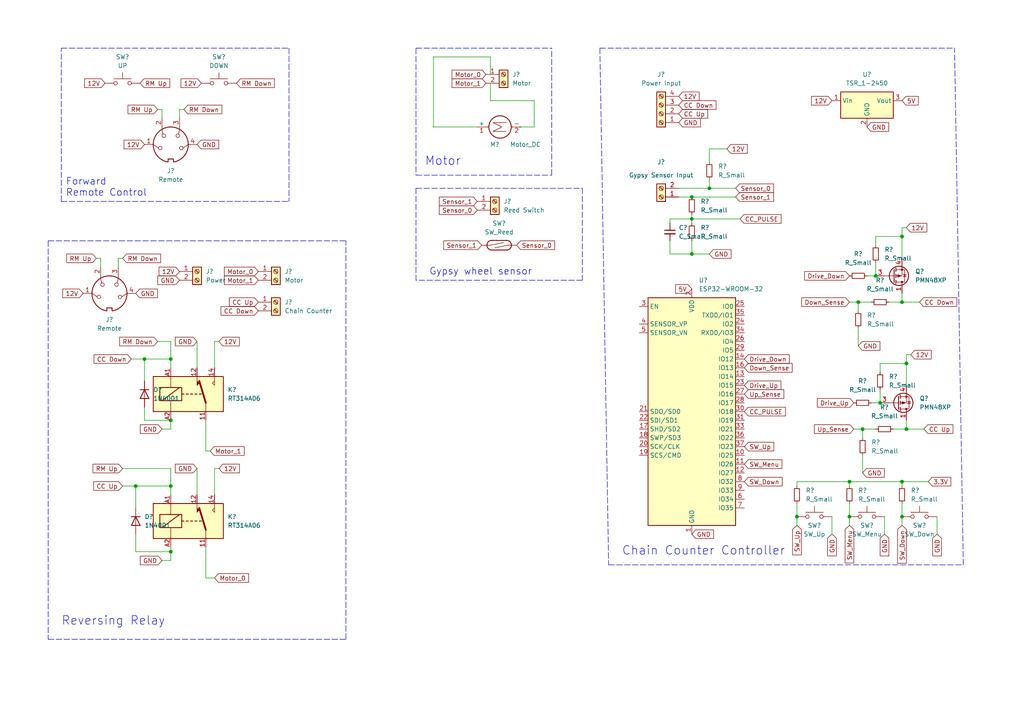
<source format=kicad_sch>
(kicad_sch (version 20211123) (generator eeschema)
  (paper "A4")
  (lib_symbols
    (symbol "Connector:DIN-4" (pin_names (offset 1.016))
      (property "Reference" "J" (at 5.334 5.08 0))
      (property "Value" "DIN-4" (at 0 -6.35 0))
      (symbol "DIN-4_0_1"
        (arc (start -5.08 0) (mid -3.8609 -3.3364) (end -0.762 -5.08) (stroke (width 0.254)))
        (circle (center -3.048 -1.016) (radius 0.508))
        (circle (center -2.032 2.54) (radius 0.508))
        (polyline (pts (xy -3.556 -1.016) (xy -5.08 0)))
        (polyline (pts (xy 5.08 0) (xy 3.556 -1.016)))
        (polyline (pts (xy -2.54 5.08) (xy -2.54 4.318) (xy -2.286 3.048)))
        (polyline (pts (xy 2.54 5.08) (xy 2.54 4.318) (xy 2.286 3.048)))
        (polyline (pts (xy -0.762 -4.953) (xy -0.762 -4.191) (xy 0.762 -4.191) (xy 0.762 -4.953)) (stroke (width 0.254)))
        (arc (start 0.762 -5.08) (mid 3.8685 -3.343) (end 5.08 0) (stroke (width 0.254)))
        (circle (center 2.032 2.54) (radius 0.508))
        (circle (center 3.048 -1.016) (radius 0.508))
        (arc (start 5.08 0) (mid 0 5.08) (end -5.08 0) (stroke (width 0.254)))
      )
      (symbol "DIN-4_1_1"
        (pin passive line (at -7.62 0 0) (length 2.54) (name "~") (number "1"))
        (pin passive line (at -2.54 7.62 270) (length 2.54) (name "~") (number "2"))
        (pin passive line (at 2.54 7.62 270) (length 2.54) (name "~") (number "3"))
        (pin passive line (at 7.62 0 180) (length 2.54) (name "~") (number "4"))
      )
    )
    (symbol "Connector:Screw_Terminal_01x02" (pin_names (offset 1.016) hide)
      (property "Reference" "J" (at 0 2.54 0))
      (property "Value" "Screw_Terminal_01x02" (at 0 -5.08 0))
      (symbol "Screw_Terminal_01x02_1_1"
        (rectangle (start -1.27 1.27) (end 1.27 -3.81) (stroke (width 0.254)) (fill (type background)))
        (circle (center 0 -2.54) (radius 0.635) (stroke (width 0.1524)))
        (polyline (pts (xy -0.5334 -2.2098) (xy 0.3302 -3.048)) (stroke (width 0.1524)))
        (polyline (pts (xy -0.5334 0.3302) (xy 0.3302 -0.508)) (stroke (width 0.1524)))
        (polyline (pts (xy -0.3556 -2.032) (xy 0.508 -2.8702)) (stroke (width 0.1524)))
        (polyline (pts (xy -0.3556 0.508) (xy 0.508 -0.3302)) (stroke (width 0.1524)))
        (circle (center 0 0) (radius 0.635) (stroke (width 0.1524)))
        (pin passive line (at -5.08 0 0) (length 3.81) (name "Pin_1") (number "1"))
        (pin passive line (at -5.08 -2.54 0) (length 3.81) (name "Pin_2") (number "2"))
      )
    )
    (symbol "Connector:Screw_Terminal_01x04" (pin_names (offset 1.016) hide)
      (property "Reference" "J" (at 0 5.08 0))
      (property "Value" "Screw_Terminal_01x04" (at 0 -7.62 0))
      (symbol "Screw_Terminal_01x04_1_1"
        (rectangle (start -1.27 3.81) (end 1.27 -6.35) (stroke (width 0.254)) (fill (type background)))
        (circle (center 0 -5.08) (radius 0.635) (stroke (width 0.1524)))
        (circle (center 0 -2.54) (radius 0.635) (stroke (width 0.1524)))
        (polyline (pts (xy -0.5334 -4.7498) (xy 0.3302 -5.588)) (stroke (width 0.1524)))
        (polyline (pts (xy -0.5334 -2.2098) (xy 0.3302 -3.048)) (stroke (width 0.1524)))
        (polyline (pts (xy -0.5334 0.3302) (xy 0.3302 -0.508)) (stroke (width 0.1524)))
        (polyline (pts (xy -0.5334 2.8702) (xy 0.3302 2.032)) (stroke (width 0.1524)))
        (polyline (pts (xy -0.3556 -4.572) (xy 0.508 -5.4102)) (stroke (width 0.1524)))
        (polyline (pts (xy -0.3556 -2.032) (xy 0.508 -2.8702)) (stroke (width 0.1524)))
        (polyline (pts (xy -0.3556 0.508) (xy 0.508 -0.3302)) (stroke (width 0.1524)))
        (polyline (pts (xy -0.3556 3.048) (xy 0.508 2.2098)) (stroke (width 0.1524)))
        (circle (center 0 0) (radius 0.635) (stroke (width 0.1524)))
        (circle (center 0 2.54) (radius 0.635) (stroke (width 0.1524)))
        (pin passive line (at -5.08 2.54 0) (length 3.81) (name "Pin_1") (number "1"))
        (pin passive line (at -5.08 0 0) (length 3.81) (name "Pin_2") (number "2"))
        (pin passive line (at -5.08 -2.54 0) (length 3.81) (name "Pin_3") (number "3"))
        (pin passive line (at -5.08 -5.08 0) (length 3.81) (name "Pin_4") (number "4"))
      )
    )
    (symbol "Device:C_Small" (pin_numbers hide) (pin_names (offset 0.254) hide)
      (property "Reference" "C" (at 0.254 1.778 0))
      (property "Value" "C_Small" (at 0.254 -2.032 0))
      (symbol "C_Small_0_1"
        (polyline (pts (xy -1.524 -0.508) (xy 1.524 -0.508)) (stroke (width 0.3302)))
        (polyline (pts (xy -1.524 0.508) (xy 1.524 0.508)) (stroke (width 0.3048)))
      )
      (symbol "C_Small_1_1"
        (pin passive line (at 0 2.54 270) (length 2.032) (name "~") (number "1"))
        (pin passive line (at 0 -2.54 90) (length 2.032) (name "~") (number "2"))
      )
    )
    (symbol "Device:R_Small" (pin_numbers hide) (pin_names (offset 0.254) hide)
      (property "Reference" "R" (at 0.762 0.508 0))
      (property "Value" "R_Small" (at 0.762 -1.016 0))
      (symbol "R_Small_0_1"
        (rectangle (start -0.762 1.778) (end 0.762 -1.778) (stroke (width 0.2032)))
      )
      (symbol "R_Small_1_1"
        (pin passive line (at 0 2.54 270) (length 0.762) (name "~") (number "1"))
        (pin passive line (at 0 -2.54 90) (length 0.762) (name "~") (number "2"))
      )
    )
    (symbol "Diode:1N4001" (pin_numbers hide) (pin_names hide)
      (property "Reference" "D" (at 0 2.54 0))
      (property "Value" "1N4001" (at 0 -2.54 0))
      (symbol "1N4001_0_1"
        (polyline (pts (xy -1.27 1.27) (xy -1.27 -1.27)) (stroke (width 0.254)))
        (polyline (pts (xy 1.27 0) (xy -1.27 0)))
        (polyline (pts (xy 1.27 1.27) (xy 1.27 -1.27) (xy -1.27 0) (xy 1.27 1.27)) (stroke (width 0.254)))
      )
      (symbol "1N4001_1_1"
        (pin passive line (at -3.81 0 0) (length 2.54) (name "K") (number "1"))
        (pin passive line (at 3.81 0 180) (length 2.54) (name "A") (number "2"))
      )
    )
    (symbol "Motor:Motor_DC" (pin_names (offset 0))
      (property "Reference" "M" (at 2.54 2.54 0))
      (property "Value" "Motor_DC" (at 2.54 -5.08 0))
      (symbol "Motor_DC_0_0"
        (polyline (pts (xy -1.27 -3.302) (xy -1.27 0.508) (xy 0 -2.032) (xy 1.27 0.508) (xy 1.27 -3.302)))
      )
      (symbol "Motor_DC_0_1"
        (circle (center 0 -1.524) (radius 3.2512) (stroke (width 0.254)))
        (polyline (pts (xy 0 -7.62) (xy 0 -7.112)))
        (polyline (pts (xy 0 -4.7752) (xy 0 -5.1816)))
        (polyline (pts (xy 0 1.7272) (xy 0 2.0828)))
        (polyline (pts (xy 0 2.032) (xy 0 2.54)))
      )
      (symbol "Motor_DC_1_1"
        (pin passive line (at 0 5.08 270) (length 2.54) (name "+") (number "1"))
        (pin passive line (at 0 -7.62 90) (length 2.54) (name "-") (number "2"))
      )
    )
    (symbol "RF_Module:ESP32-WROOM-32"
      (property "Reference" "U" (at -12.7 34.29 0))
      (property "Value" "ESP32-WROOM-32" (at 1.27 34.29 0))
      (symbol "ESP32-WROOM-32_0_1"
        (rectangle (start -12.7 33.02) (end 12.7 -33.02) (stroke (width 0.254)) (fill (type background)))
      )
      (symbol "ESP32-WROOM-32_1_1"
        (pin power_in line (at 0 -35.56 90) (length 2.54) (name "GND") (number "1"))
        (pin bidirectional line (at 15.24 -12.7 180) (length 2.54) (name "IO25") (number "10"))
        (pin bidirectional line (at 15.24 -15.24 180) (length 2.54) (name "IO26") (number "11"))
        (pin bidirectional line (at 15.24 -17.78 180) (length 2.54) (name "IO27") (number "12"))
        (pin bidirectional line (at 15.24 10.16 180) (length 2.54) (name "IO14") (number "13"))
        (pin bidirectional line (at 15.24 15.24 180) (length 2.54) (name "IO12") (number "14"))
        (pin passive line (at 0 -35.56 90) (length 2.54) hide (name "GND") (number "15"))
        (pin bidirectional line (at 15.24 12.7 180) (length 2.54) (name "IO13") (number "16"))
        (pin bidirectional line (at -15.24 -5.08 0) (length 2.54) (name "SHD/SD2") (number "17"))
        (pin bidirectional line (at -15.24 -7.62 0) (length 2.54) (name "SWP/SD3") (number "18"))
        (pin bidirectional line (at -15.24 -12.7 0) (length 2.54) (name "SCS/CMD") (number "19"))
        (pin power_in line (at 0 35.56 270) (length 2.54) (name "VDD") (number "2"))
        (pin bidirectional line (at -15.24 -10.16 0) (length 2.54) (name "SCK/CLK") (number "20"))
        (pin bidirectional line (at -15.24 0 0) (length 2.54) (name "SDO/SD0") (number "21"))
        (pin bidirectional line (at -15.24 -2.54 0) (length 2.54) (name "SDI/SD1") (number "22"))
        (pin bidirectional line (at 15.24 7.62 180) (length 2.54) (name "IO15") (number "23"))
        (pin bidirectional line (at 15.24 25.4 180) (length 2.54) (name "IO2") (number "24"))
        (pin bidirectional line (at 15.24 30.48 180) (length 2.54) (name "IO0") (number "25"))
        (pin bidirectional line (at 15.24 20.32 180) (length 2.54) (name "IO4") (number "26"))
        (pin bidirectional line (at 15.24 5.08 180) (length 2.54) (name "IO16") (number "27"))
        (pin bidirectional line (at 15.24 2.54 180) (length 2.54) (name "IO17") (number "28"))
        (pin bidirectional line (at 15.24 17.78 180) (length 2.54) (name "IO5") (number "29"))
        (pin input line (at -15.24 30.48 0) (length 2.54) (name "EN") (number "3"))
        (pin bidirectional line (at 15.24 0 180) (length 2.54) (name "IO18") (number "30"))
        (pin bidirectional line (at 15.24 -2.54 180) (length 2.54) (name "IO19") (number "31"))
        (pin no_connect line (at -12.7 -27.94 0) (length 2.54) hide (name "NC") (number "32"))
        (pin bidirectional line (at 15.24 -5.08 180) (length 2.54) (name "IO21") (number "33"))
        (pin bidirectional line (at 15.24 22.86 180) (length 2.54) (name "RXD0/IO3") (number "34"))
        (pin bidirectional line (at 15.24 27.94 180) (length 2.54) (name "TXD0/IO1") (number "35"))
        (pin bidirectional line (at 15.24 -7.62 180) (length 2.54) (name "IO22") (number "36"))
        (pin bidirectional line (at 15.24 -10.16 180) (length 2.54) (name "IO23") (number "37"))
        (pin passive line (at 0 -35.56 90) (length 2.54) hide (name "GND") (number "38"))
        (pin passive line (at 0 -35.56 90) (length 2.54) hide (name "GND") (number "39"))
        (pin input line (at -15.24 25.4 0) (length 2.54) (name "SENSOR_VP") (number "4"))
        (pin input line (at -15.24 22.86 0) (length 2.54) (name "SENSOR_VN") (number "5"))
        (pin input line (at 15.24 -25.4 180) (length 2.54) (name "IO34") (number "6"))
        (pin input line (at 15.24 -27.94 180) (length 2.54) (name "IO35") (number "7"))
        (pin bidirectional line (at 15.24 -20.32 180) (length 2.54) (name "IO32") (number "8"))
        (pin bidirectional line (at 15.24 -22.86 180) (length 2.54) (name "IO33") (number "9"))
      )
    )
    (symbol "Regulator_Switching:TSR_1-2450"
      (property "Reference" "U" (at -7.62 6.35 0))
      (property "Value" "TSR_1-2450" (at -1.27 6.35 0))
      (symbol "TSR_1-2450_0_1"
        (rectangle (start -7.62 5.08) (end 7.62 -2.54) (stroke (width 0.254)) (fill (type background)))
      )
      (symbol "TSR_1-2450_1_1"
        (pin power_in line (at -10.16 2.54 0) (length 2.54) (name "Vin") (number "1"))
        (pin power_in line (at 0 -5.08 90) (length 2.54) (name "GND") (number "2"))
        (pin power_out line (at 10.16 2.54 180) (length 2.54) (name "Vout") (number "3"))
      )
    )
    (symbol "Relay:RT314A06"
      (property "Reference" "K" (at 11.43 3.81 0))
      (property "Value" "RT314A06" (at 11.43 1.27 0))
      (symbol "RT314A06_0_0"
        (polyline (pts (xy -2.54 1.905) (xy -7.62 -1.905)) (stroke (width 0.254)))
      )
      (symbol "RT314A06_0_1"
        (rectangle (start -10.16 5.08) (end 10.16 -5.08) (stroke (width 0.254)) (fill (type background)))
        (rectangle (start -8.255 1.905) (end -1.905 -1.905) (stroke (width 0.254)))
        (polyline (pts (xy -5.08 -5.08) (xy -5.08 -1.905)))
        (polyline (pts (xy -5.08 5.08) (xy -5.08 1.905)))
        (polyline (pts (xy -1.905 0) (xy -1.27 0)) (stroke (width 0.254)))
        (polyline (pts (xy -0.635 0) (xy 0 0)) (stroke (width 0.254)))
        (polyline (pts (xy 0.635 0) (xy 1.27 0)) (stroke (width 0.254)))
        (polyline (pts (xy 1.905 0) (xy 2.54 0)) (stroke (width 0.254)))
        (polyline (pts (xy 3.175 0) (xy 3.81 0)) (stroke (width 0.254)))
        (polyline (pts (xy 5.08 -2.54) (xy 3.175 3.81)) (stroke (width 0.508)))
        (polyline (pts (xy 5.08 -2.54) (xy 5.08 -5.08)))
        (polyline (pts (xy 2.54 5.08) (xy 2.54 2.54) (xy 3.175 3.175) (xy 2.54 3.81)) (fill (type outline)))
        (polyline (pts (xy 7.62 5.08) (xy 7.62 2.54) (xy 6.985 3.175) (xy 7.62 3.81)))
      )
      (symbol "RT314A06_1_1"
        (pin passive line (at 5.08 -7.62 90) (length 2.54) (name "~") (number "11"))
        (pin passive line (at 2.54 7.62 270) (length 2.54) (name "~") (number "12"))
        (pin passive line (at 7.62 7.62 270) (length 2.54) (name "~") (number "14"))
        (pin passive line (at -5.08 7.62 270) (length 2.54) (name "~") (number "A1"))
        (pin passive line (at -5.08 -7.62 90) (length 2.54) (name "~") (number "A2"))
      )
    )
    (symbol "Switch:SW_Push" (pin_numbers hide) (pin_names (offset 1.016) hide)
      (property "Reference" "SW" (at 1.27 2.54 0))
      (property "Value" "SW_Push" (at 0 -1.524 0))
      (symbol "SW_Push_0_1"
        (circle (center -2.032 0) (radius 0.508))
        (polyline (pts (xy 0 1.27) (xy 0 3.048)))
        (polyline (pts (xy 2.54 1.27) (xy -2.54 1.27)))
        (circle (center 2.032 0) (radius 0.508))
        (pin passive line (at -5.08 0 0) (length 2.54) (name "1") (number "1"))
        (pin passive line (at 5.08 0 180) (length 2.54) (name "2") (number "2"))
      )
    )
    (symbol "Switch:SW_Reed" (pin_numbers hide) (pin_names (offset 0) hide)
      (property "Reference" "SW" (at 0 2.54 0))
      (property "Value" "SW_Reed" (at 0 -2.54 0))
      (symbol "SW_Reed_0_0"
        (arc (start -2.159 1.397) (mid -3.556 0) (end -2.159 -1.397) (stroke (width 0.254)))
        (polyline (pts (xy -2.54 0) (xy 1.27 0.762)))
        (polyline (pts (xy -2.159 -1.397) (xy 2.286 -1.397)) (stroke (width 0.254)))
        (polyline (pts (xy 2.159 1.397) (xy -2.159 1.397)) (stroke (width 0.254)))
        (polyline (pts (xy 2.54 0) (xy -1.27 -0.762)))
        (arc (start 2.159 -1.397) (mid 3.556 0) (end 2.159 1.397) (stroke (width 0.254)))
      )
      (symbol "SW_Reed_1_1"
        (pin passive line (at -5.08 0 0) (length 2.54) (name "1") (number "1"))
        (pin passive line (at 5.08 0 180) (length 2.54) (name "2") (number "2"))
      )
    )
    (symbol "Transistor_FET:PMN48XP" (pin_names hide)
      (property "Reference" "Q" (at 5.08 2.54 0))
      (property "Value" "PMN48XP" (at 5.08 0 0))
      (symbol "PMN48XP_0_1"
        (polyline (pts (xy 0.254 0) (xy -2.54 0)))
        (polyline (pts (xy 0.254 1.905) (xy 0.254 -1.905)) (stroke (width 0.254)))
        (polyline (pts (xy 0.762 -1.27) (xy 0.762 -2.286)) (stroke (width 0.254)))
        (polyline (pts (xy 0.762 0.508) (xy 0.762 -0.508)) (stroke (width 0.254)))
        (polyline (pts (xy 0.762 2.286) (xy 0.762 1.27)) (stroke (width 0.254)))
        (polyline (pts (xy 2.54 2.54) (xy 2.54 1.778)))
        (polyline (pts (xy 2.54 -2.54) (xy 2.54 0) (xy 0.762 0)))
        (polyline (pts (xy 0.762 1.778) (xy 3.302 1.778) (xy 3.302 -1.778) (xy 0.762 -1.778)))
        (polyline (pts (xy 2.286 0) (xy 1.27 0.381) (xy 1.27 -0.381) (xy 2.286 0)) (fill (type outline)))
        (polyline (pts (xy 2.794 -0.508) (xy 2.921 -0.381) (xy 3.683 -0.381) (xy 3.81 -0.254)))
        (polyline (pts (xy 3.302 -0.381) (xy 2.921 0.254) (xy 3.683 0.254) (xy 3.302 -0.381)))
        (circle (center 1.651 0) (radius 2.794) (stroke (width 0.254)))
        (circle (center 2.54 -1.778) (radius 0.254) (fill (type outline)))
        (circle (center 2.54 1.778) (radius 0.254) (fill (type outline)))
      )
      (symbol "PMN48XP_1_1"
        (pin passive line (at 2.54 5.08 270) (length 2.54) (name "D") (number "1"))
        (pin passive line (at 2.54 5.08 270) (length 2.54) hide (name "D") (number "2"))
        (pin passive line (at -5.08 0 0) (length 2.54) (name "G") (number "3"))
        (pin passive line (at 2.54 -5.08 90) (length 2.54) (name "S") (number "4"))
        (pin passive line (at 2.54 5.08 270) (length 2.54) hide (name "D") (number "5"))
        (pin passive line (at 2.54 5.08 270) (length 2.54) hide (name "D") (number "6"))
      )
    )
  )
  (junction (at 246.38 139.7))
  (junction (at 205.74 54.61))
  (junction (at 49.53 140.97))
  (junction (at 246.38 149.86))
  (junction (at 261.62 149.86))
  (junction (at 231.14 149.86))
  (junction (at 39.37 140.97))
  (junction (at 49.53 104.14))
  (junction (at 261.62 139.7))
  (junction (at 250.19 124.46))
  (junction (at 200.66 73.66))
  (junction (at 254 80.01))
  (junction (at 262.89 105.41))
  (junction (at 261.62 87.63))
  (junction (at 200.66 63.5))
  (junction (at 200.66 57.15))
  (junction (at 262.89 124.46))
  (junction (at 49.53 160.02))
  (junction (at 261.62 68.58))
  (junction (at 255.27 116.84))
  (junction (at 248.92 87.63))
  (junction (at 49.53 121.92))
  (junction (at 41.91 104.14))
  (polyline (pts (xy 17.78 58.42) (xy 17.78 13.97)))
  (wire (pts (xy 255.27 105.41) (xy 262.89 105.41)))
  (polyline (pts (xy 176.53 163.83) (xy 279.4 163.83)))
  (wire (pts (xy 200.66 73.66) (xy 205.74 73.66)))
  (wire (pts (xy 194.31 63.5) (xy 194.31 64.77)))
  (wire (pts (xy 252.73 116.84) (xy 255.27 116.84)))
  (wire (pts (xy 262.89 121.92) (xy 262.89 124.46)))
  (wire (pts (xy 257.81 87.63) (xy 261.62 87.63)))
  (wire (pts (xy 59.69 130.81) (xy 59.69 121.92)))
  (polyline (pts (xy 168.91 54.61) (xy 168.91 81.28)))
  (polyline (pts (xy 13.97 69.85) (xy 100.33 69.85)))
  (wire (pts (xy 194.31 73.66) (xy 200.66 73.66)))
  (wire (pts (xy 205.74 43.18) (xy 205.74 46.99)))
  (wire (pts (xy 200.66 63.5) (xy 194.31 63.5)))
  (polyline (pts (xy 160.02 50.8) (xy 160.02 13.97)))
  (wire (pts (xy 59.69 167.64) (xy 59.69 158.75)))
  (wire (pts (xy 200.66 69.85) (xy 200.66 73.66)))
  (wire (pts (xy 151.13 36.83) (xy 154.94 36.83)))
  (wire (pts (xy 262.89 66.04) (xy 261.62 66.04)))
  (wire (pts (xy 125.73 36.83) (xy 138.43 36.83)))
  (wire (pts (xy 248.92 95.25) (xy 248.92 100.33)))
  (polyline (pts (xy 173.99 13.97) (xy 276.86 13.97)))
  (wire (pts (xy 142.24 24.13) (xy 142.24 29.21)))
  (wire (pts (xy 261.62 66.04) (xy 261.62 68.58)))
  (wire (pts (xy 269.24 139.7) (xy 261.62 139.7)))
  (wire (pts (xy 39.37 160.02) (xy 39.37 154.94)))
  (polyline (pts (xy 120.65 50.8) (xy 160.02 50.8)))
  (wire (pts (xy 255.27 113.03) (xy 255.27 116.84)))
  (wire (pts (xy 154.94 29.21) (xy 154.94 36.83)))
  (wire (pts (xy 39.37 140.97) (xy 49.53 140.97)))
  (polyline (pts (xy 17.78 58.42) (xy 83.82 58.42)))
  (wire (pts (xy 38.1 104.14) (xy 41.91 104.14)))
  (wire (pts (xy 264.16 102.87) (xy 262.89 102.87)))
  (wire (pts (xy 246.38 149.86) (xy 246.38 152.4)))
  (wire (pts (xy 49.53 160.02) (xy 49.53 162.56)))
  (wire (pts (xy 255.27 107.95) (xy 255.27 105.41)))
  (wire (pts (xy 254 68.58) (xy 261.62 68.58)))
  (wire (pts (xy 246.38 139.7) (xy 246.38 140.97)))
  (wire (pts (xy 261.62 149.86) (xy 261.62 152.4)))
  (wire (pts (xy 200.66 62.23) (xy 200.66 63.5)))
  (wire (pts (xy 231.14 146.05) (xy 231.14 149.86)))
  (wire (pts (xy 252.73 87.63) (xy 248.92 87.63)))
  (wire (pts (xy 49.53 104.14) (xy 49.53 106.68)))
  (wire (pts (xy 261.62 85.09) (xy 261.62 87.63)))
  (wire (pts (xy 262.89 105.41) (xy 262.89 111.76)))
  (wire (pts (xy 205.74 54.61) (xy 213.36 54.61)))
  (wire (pts (xy 261.62 68.58) (xy 261.62 74.93)))
  (polyline (pts (xy 120.65 13.97) (xy 120.65 50.8)))
  (wire (pts (xy 142.24 29.21) (xy 154.94 29.21)))
  (wire (pts (xy 60.96 130.81) (xy 59.69 130.81)))
  (polyline (pts (xy 120.65 13.97) (xy 160.02 13.97)))
  (wire (pts (xy 62.23 135.89) (xy 62.23 143.51)))
  (wire (pts (xy 262.89 124.46) (xy 267.97 124.46)))
  (wire (pts (xy 29.21 74.93) (xy 29.21 77.47)))
  (wire (pts (xy 205.74 52.07) (xy 205.74 54.61)))
  (wire (pts (xy 46.99 31.75) (xy 46.99 34.29)))
  (wire (pts (xy 254 76.2) (xy 254 80.01)))
  (wire (pts (xy 49.53 140.97) (xy 49.53 143.51)))
  (wire (pts (xy 45.72 31.75) (xy 46.99 31.75)))
  (wire (pts (xy 246.38 139.7) (xy 231.14 139.7)))
  (wire (pts (xy 200.66 57.15) (xy 213.36 57.15)))
  (polyline (pts (xy 120.65 54.61) (xy 120.65 81.28)))
  (wire (pts (xy 254 71.12) (xy 254 68.58)))
  (wire (pts (xy 57.15 99.06) (xy 57.15 106.68)))
  (wire (pts (xy 49.53 124.46) (xy 46.99 124.46)))
  (wire (pts (xy 194.31 69.85) (xy 194.31 73.66)))
  (wire (pts (xy 241.3 149.86) (xy 241.3 154.94)))
  (wire (pts (xy 261.62 87.63) (xy 266.7 87.63)))
  (wire (pts (xy 247.65 124.46) (xy 250.19 124.46)))
  (wire (pts (xy 142.24 16.51) (xy 125.73 16.51)))
  (wire (pts (xy 254 124.46) (xy 250.19 124.46)))
  (wire (pts (xy 49.53 158.75) (xy 49.53 160.02)))
  (polyline (pts (xy 100.33 185.42) (xy 100.33 69.85)))
  (wire (pts (xy 49.53 121.92) (xy 49.53 124.46)))
  (wire (pts (xy 27.94 74.93) (xy 29.21 74.93)))
  (wire (pts (xy 231.14 149.86) (xy 231.14 152.4)))
  (wire (pts (xy 49.53 160.02) (xy 39.37 160.02)))
  (polyline (pts (xy 17.78 13.97) (xy 83.82 13.97)))
  (polyline (pts (xy 13.97 185.42) (xy 100.33 185.42)))
  (wire (pts (xy 52.07 31.75) (xy 52.07 34.29)))
  (wire (pts (xy 261.62 139.7) (xy 246.38 139.7)))
  (polyline (pts (xy 13.97 69.85) (xy 13.97 185.42)))
  (wire (pts (xy 63.5 135.89) (xy 62.23 135.89)))
  (wire (pts (xy 35.56 140.97) (xy 39.37 140.97)))
  (wire (pts (xy 34.29 74.93) (xy 34.29 77.47)))
  (wire (pts (xy 62.23 167.64) (xy 59.69 167.64)))
  (wire (pts (xy 231.14 139.7) (xy 231.14 140.97)))
  (wire (pts (xy 246.38 87.63) (xy 248.92 87.63)))
  (wire (pts (xy 259.08 124.46) (xy 262.89 124.46)))
  (wire (pts (xy 49.53 99.06) (xy 49.53 104.14)))
  (wire (pts (xy 53.34 31.75) (xy 52.07 31.75)))
  (wire (pts (xy 41.91 118.11) (xy 41.91 121.92)))
  (wire (pts (xy 49.53 135.89) (xy 49.53 140.97)))
  (wire (pts (xy 63.5 99.06) (xy 62.23 99.06)))
  (polyline (pts (xy 173.99 13.97) (xy 176.53 163.83)))
  (polyline (pts (xy 168.91 81.28) (xy 120.65 81.28)))
  (wire (pts (xy 196.85 57.15) (xy 200.66 57.15)))
  (wire (pts (xy 262.89 102.87) (xy 262.89 105.41)))
  (wire (pts (xy 250.19 124.46) (xy 250.19 127)))
  (wire (pts (xy 142.24 21.59) (xy 142.24 16.51)))
  (wire (pts (xy 45.72 99.06) (xy 49.53 99.06)))
  (wire (pts (xy 261.62 146.05) (xy 261.62 149.86)))
  (wire (pts (xy 210.82 43.18) (xy 205.74 43.18)))
  (wire (pts (xy 251.46 80.01) (xy 254 80.01)))
  (wire (pts (xy 41.91 121.92) (xy 49.53 121.92)))
  (wire (pts (xy 261.62 139.7) (xy 261.62 140.97)))
  (polyline (pts (xy 279.4 163.83) (xy 276.86 13.97)))
  (wire (pts (xy 125.73 16.51) (xy 125.73 36.83)))
  (wire (pts (xy 248.92 87.63) (xy 248.92 90.17)))
  (wire (pts (xy 57.15 135.89) (xy 57.15 143.51)))
  (wire (pts (xy 49.53 162.56) (xy 46.99 162.56)))
  (wire (pts (xy 246.38 146.05) (xy 246.38 149.86)))
  (wire (pts (xy 35.56 74.93) (xy 34.29 74.93)))
  (wire (pts (xy 271.78 149.86) (xy 271.78 154.94)))
  (polyline (pts (xy 120.65 54.61) (xy 168.91 54.61)))
  (wire (pts (xy 39.37 147.32) (xy 39.37 140.97)))
  (wire (pts (xy 62.23 99.06) (xy 62.23 106.68)))
  (wire (pts (xy 256.54 149.86) (xy 256.54 154.94)))
  (wire (pts (xy 250.19 132.08) (xy 250.19 137.16)))
  (wire (pts (xy 49.53 135.89) (xy 35.56 135.89)))
  (wire (pts (xy 200.66 63.5) (xy 200.66 64.77)))
  (wire (pts (xy 41.91 110.49) (xy 41.91 104.14)))
  (polyline (pts (xy 83.82 13.97) (xy 83.82 58.42)))
  (wire (pts (xy 41.91 104.14) (xy 49.53 104.14)))
  (wire (pts (xy 196.85 54.61) (xy 205.74 54.61)))
  (wire (pts (xy 200.66 63.5) (xy 214.63 63.5)))
  (text "Chain Counter Controller" (at 180.34 161.29 0) (effects (font (size 2.5 2.5)) (justify left bottom)))
  (text "Reversing Relay" (at 17.78 181.61 0) (effects (font (size 2.5 2.5)) (justify left bottom)))
  (text "Forward \nRemote Control\n" (at 19.05 57.15 0) (effects (font (size 2 2)) (justify left bottom)))
  (text "Gypsy wheel sensor" (at 124.46 80.01 0) (effects (font (size 2 2)) (justify left bottom)))
  (text "Motor" (at 123.19 48.26 0) (effects (font (size 2.5 2.5)) (justify left bottom)))
  (global_label "GND" (shape input) (at 46.99 162.56 180) (property "Intersheet References" "${INTERSHEET_REFS}" (effects hide)))
  (global_label "Drive_Down" (shape input) (at 246.38 80.01 180) (property "Intersheet References" "${INTERSHEET_REFS}" (effects hide)))
  (global_label "GND" (shape input) (at 248.92 100.33 0) (property "Intersheet References" "${INTERSHEET_REFS}" (effects hide)))
  (global_label "SW_Down" (shape input) (at 261.62 152.4 270) (property "Intersheet References" "${INTERSHEET_REFS}" (effects hide)))
  (global_label "12V" (shape input) (at 264.16 102.87 0) (property "Intersheet References" "${INTERSHEET_REFS}" (effects hide)))
  (global_label "CC Up" (shape input) (at 196.85 33.02 0) (property "Intersheet References" "${INTERSHEET_REFS}" (effects hide)))
  (global_label "SW_Menu" (shape input) (at 215.9 134.62 0) (property "Intersheet References" "${INTERSHEET_REFS}" (effects hide)))
  (global_label "GND" (shape input) (at 39.37 85.09 0) (property "Intersheet References" "${INTERSHEET_REFS}" (effects hide)))
  (global_label "RM Down" (shape input) (at 35.56 74.93 0) (property "Intersheet References" "${INTERSHEET_REFS}" (effects hide)))
  (global_label "Motor_1" (shape input) (at 60.96 130.81 0) (property "Intersheet References" "${INTERSHEET_REFS}" (effects hide)))
  (global_label "SW_Up" (shape input) (at 215.9 129.54 0) (property "Intersheet References" "${INTERSHEET_REFS}" (effects hide)))
  (global_label "Motor_0" (shape input) (at 74.93 78.74 180) (property "Intersheet References" "${INTERSHEET_REFS}" (effects hide)))
  (global_label "GND" (shape input) (at 57.15 135.89 180) (property "Intersheet References" "${INTERSHEET_REFS}" (effects hide)))
  (global_label "RM Up" (shape input) (at 27.94 74.93 180) (property "Intersheet References" "${INTERSHEET_REFS}" (effects hide)))
  (global_label "GND" (shape input) (at 251.46 36.83 0) (property "Intersheet References" "${INTERSHEET_REFS}" (effects hide)))
  (global_label "RM Up" (shape input) (at 45.72 31.75 180) (property "Intersheet References" "${INTERSHEET_REFS}" (effects hide)))
  (global_label "Sensor_1" (shape input) (at 213.36 57.15 0) (property "Intersheet References" "${INTERSHEET_REFS}" (effects hide)))
  (global_label "Drive_Down" (shape input) (at 215.9 104.14 0) (property "Intersheet References" "${INTERSHEET_REFS}" (effects hide)))
  (global_label "Up_Sense" (shape input) (at 247.65 124.46 180) (property "Intersheet References" "${INTERSHEET_REFS}" (effects hide)))
  (global_label "GND" (shape input) (at 200.66 154.94 0) (property "Intersheet References" "${INTERSHEET_REFS}" (effects hide)))
  (global_label "Motor_0" (shape input) (at 62.23 167.64 0) (property "Intersheet References" "${INTERSHEET_REFS}" (effects hide)))
  (global_label "RM Up" (shape input) (at 35.56 135.89 180) (property "Intersheet References" "${INTERSHEET_REFS}" (effects hide)))
  (global_label "SW_Down" (shape input) (at 215.9 139.7 0) (property "Intersheet References" "${INTERSHEET_REFS}" (effects hide)))
  (global_label "Down_Sense" (shape input) (at 246.38 87.63 180) (property "Intersheet References" "${INTERSHEET_REFS}" (effects hide)))
  (global_label "SW_Menu" (shape input) (at 246.38 152.4 270) (property "Intersheet References" "${INTERSHEET_REFS}" (effects hide)))
  (global_label "Sensor_1" (shape input) (at 138.43 58.42 180) (property "Intersheet References" "${INTERSHEET_REFS}" (effects hide)))
  (global_label "Up_Sense" (shape input) (at 215.9 114.3 0) (property "Intersheet References" "${INTERSHEET_REFS}" (effects hide)))
  (global_label "CC Up" (shape input) (at 74.93 87.63 180) (property "Intersheet References" "${INTERSHEET_REFS}" (effects hide)))
  (global_label "Sensor_0" (shape input) (at 149.86 71.12 0) (property "Intersheet References" "${INTERSHEET_REFS}" (effects hide)))
  (global_label "CC Up" (shape input) (at 267.97 124.46 0) (property "Intersheet References" "${INTERSHEET_REFS}" (effects hide)))
  (global_label "SW_Up" (shape input) (at 231.14 152.4 270) (property "Intersheet References" "${INTERSHEET_REFS}" (effects hide)))
  (global_label "12V" (shape input) (at 210.82 43.18 0) (property "Intersheet References" "${INTERSHEET_REFS}" (effects hide)))
  (global_label "GND" (shape input) (at 57.15 99.06 180) (property "Intersheet References" "${INTERSHEET_REFS}" (effects hide)))
  (global_label "CC Down" (shape input) (at 74.93 90.17 180) (property "Intersheet References" "${INTERSHEET_REFS}" (effects hide)))
  (global_label "3.3V" (shape input) (at 269.24 139.7 0) (property "Intersheet References" "${INTERSHEET_REFS}" (effects hide)))
  (global_label "12V" (shape input) (at 52.07 78.74 180) (property "Intersheet References" "${INTERSHEET_REFS}" (effects hide)))
  (global_label "12V" (shape input) (at 241.3 29.21 180) (property "Intersheet References" "${INTERSHEET_REFS}" (effects hide)))
  (global_label "GND" (shape input) (at 241.3 154.94 270) (property "Intersheet References" "${INTERSHEET_REFS}" (effects hide)))
  (global_label "12V" (shape input) (at 63.5 135.89 0) (property "Intersheet References" "${INTERSHEET_REFS}" (effects hide)))
  (global_label "CC Down" (shape input) (at 266.7 87.63 0) (property "Intersheet References" "${INTERSHEET_REFS}" (effects hide)))
  (global_label "Sensor_0" (shape input) (at 138.43 60.96 180) (property "Intersheet References" "${INTERSHEET_REFS}" (effects hide)))
  (global_label "Motor_1" (shape input) (at 140.97 24.13 180) (property "Intersheet References" "${INTERSHEET_REFS}" (effects hide)))
  (global_label "12V" (shape input) (at 196.85 27.94 0) (property "Intersheet References" "${INTERSHEET_REFS}" (effects hide)))
  (global_label "12V" (shape input) (at 30.48 24.13 180) (property "Intersheet References" "${INTERSHEET_REFS}" (effects hide)))
  (global_label "Motor_0" (shape input) (at 140.97 21.59 180) (property "Intersheet References" "${INTERSHEET_REFS}" (effects hide)))
  (global_label "CC_PULSE" (shape input) (at 214.63 63.5 0) (property "Intersheet References" "${INTERSHEET_REFS}" (effects hide)))
  (global_label "CC_PULSE" (shape input) (at 215.9 119.38 0) (property "Intersheet References" "${INTERSHEET_REFS}" (effects hide)))
  (global_label "RM Down" (shape input) (at 53.34 31.75 0) (property "Intersheet References" "${INTERSHEET_REFS}" (effects hide)))
  (global_label "GND" (shape input) (at 271.78 154.94 270) (property "Intersheet References" "${INTERSHEET_REFS}" (effects hide)))
  (global_label "12V" (shape input) (at 41.91 41.91 180) (property "Intersheet References" "${INTERSHEET_REFS}" (effects hide)))
  (global_label "5V" (shape input) (at 200.66 83.82 180) (property "Intersheet References" "${INTERSHEET_REFS}" (effects hide)))
  (global_label "5V" (shape input) (at 261.62 29.21 0) (property "Intersheet References" "${INTERSHEET_REFS}" (effects hide)))
  (global_label "RM Up" (shape input) (at 40.64 24.13 0) (property "Intersheet References" "${INTERSHEET_REFS}" (effects hide)))
  (global_label "Drive_Up" (shape input) (at 215.9 111.76 0) (property "Intersheet References" "${INTERSHEET_REFS}" (effects hide)))
  (global_label "GND" (shape input) (at 205.74 73.66 0) (property "Intersheet References" "${INTERSHEET_REFS}" (effects hide)))
  (global_label "CC Down" (shape input) (at 196.85 30.48 0) (property "Intersheet References" "${INTERSHEET_REFS}" (effects hide)))
  (global_label "12V" (shape input) (at 24.13 85.09 180) (property "Intersheet References" "${INTERSHEET_REFS}" (effects hide)))
  (global_label "Drive_Up" (shape input) (at 247.65 116.84 180) (property "Intersheet References" "${INTERSHEET_REFS}" (effects hide)))
  (global_label "GND" (shape input) (at 52.07 81.28 180) (property "Intersheet References" "${INTERSHEET_REFS}" (effects hide)))
  (global_label "GND" (shape input) (at 46.99 124.46 180) (property "Intersheet References" "${INTERSHEET_REFS}" (effects hide)))
  (global_label "RM Down" (shape input) (at 68.58 24.13 0) (property "Intersheet References" "${INTERSHEET_REFS}" (effects hide)))
  (global_label "Sensor_1" (shape input) (at 139.7 71.12 180) (property "Intersheet References" "${INTERSHEET_REFS}" (effects hide)))
  (global_label "Down_Sense" (shape input) (at 215.9 106.68 0) (property "Intersheet References" "${INTERSHEET_REFS}" (effects hide)))
  (global_label "12V" (shape input) (at 262.89 66.04 0) (property "Intersheet References" "${INTERSHEET_REFS}" (effects hide)))
  (global_label "GND" (shape input) (at 196.85 35.56 0) (property "Intersheet References" "${INTERSHEET_REFS}" (effects hide)))
  (global_label "GND" (shape input) (at 250.19 137.16 0) (property "Intersheet References" "${INTERSHEET_REFS}" (effects hide)))
  (global_label "Motor_1" (shape input) (at 74.93 81.28 180) (property "Intersheet References" "${INTERSHEET_REFS}" (effects hide)))
  (global_label "12V" (shape input) (at 58.42 24.13 180) (property "Intersheet References" "${INTERSHEET_REFS}" (effects hide)))
  (global_label "GND" (shape input) (at 57.15 41.91 0) (property "Intersheet References" "${INTERSHEET_REFS}" (effects hide)))
  (global_label "Sensor_0" (shape input) (at 213.36 54.61 0) (property "Intersheet References" "${INTERSHEET_REFS}" (effects hide)))
  (global_label "12V" (shape input) (at 63.5 99.06 0) (property "Intersheet References" "${INTERSHEET_REFS}" (effects hide)))
  (global_label "RM Down" (shape input) (at 45.72 99.06 180) (property "Intersheet References" "${INTERSHEET_REFS}" (effects hide)))
  (global_label "CC Down" (shape input) (at 38.1 104.14 180) (property "Intersheet References" "${INTERSHEET_REFS}" (effects hide)))
  (global_label "CC Up" (shape input) (at 35.56 140.97 180) (property "Intersheet References" "${INTERSHEET_REFS}" (effects hide)))
  (global_label "GND" (shape input) (at 256.54 154.94 270) (property "Intersheet References" "${INTERSHEET_REFS}" (effects hide)))
  (symbol (lib_id "Device:R_Small") (at 248.92 92.71 0) (unit 1)
    (property "Reference" "R?" (at 251.46 91.4399 0) (effects (justify left)))
    (property "Value" "R_Small" (at 251.46 93.9799 0) (effects (justify left)))
  )
  (symbol (lib_id "Relay:RT314A06") (at 54.61 114.3 0) (unit 1)
    (property "Reference" "K?" (at 66.04 113.0299 0) (effects (justify left)))
    (property "Value" "RT314A06" (at 66.04 115.5699 0) (effects (justify left)))
    (property "Footprint" "Relay_THT:Relay_SPDT_Schrack-RT1-16A-FormC_RM5mm" (effects hide))
    (property "Datasheet" "https://www.te.com/commerce/DocumentDelivery/DDEController?Action=srchrtrv&DocNm=RT1_bistable&DocType=DS&DocLang=English" (effects hide))
  )
  (symbol (lib_id "Device:R_Small") (at 254 73.66 0) (unit 1)
    (property "Reference" "R?" (at 256.54 72.3899 0) (effects (justify left)))
    (property "Value" "R_Small" (at 256.54 74.9299 0) (effects (justify left)))
  )
  (symbol (lib_id "Device:R_Small") (at 200.66 67.31 0) (unit 1)
    (property "Reference" "R?" (at 203.2 66.0399 0) (effects (justify left)))
    (property "Value" "R_Small" (at 203.2 68.5799 0) (effects (justify left)))
  )
  (symbol (lib_id "Switch:SW_Push") (at 35.56 24.13 0) (unit 1)
    (property "Reference" "SW?" (at 35.56 16.51 0))
    (property "Value" "UP" (at 35.56 19.05 0))
  )
  (symbol (lib_id "Device:R_Small") (at 261.62 143.51 0) (unit 1)
    (property "Reference" "R?" (at 264.16 142.2399 0) (effects (justify left)))
    (property "Value" "R_Small" (at 264.16 144.7799 0) (effects (justify left)))
  )
  (symbol (lib_id "Switch:SW_Push") (at 63.5 24.13 0) (unit 1)
    (property "Reference" "SW?" (at 63.5 16.51 0))
    (property "Value" "DOWN" (at 63.5 19.05 0))
  )
  (symbol (lib_id "Device:R_Small") (at 205.74 49.53 0) (unit 1)
    (property "Reference" "R?" (at 208.28 48.2599 0) (effects (justify left)))
    (property "Value" "R_Small" (at 208.28 50.7999 0) (effects (justify left)))
  )
  (symbol (lib_id "Regulator_Switching:TSR_1-2450") (at 251.46 31.75 0) (unit 1)
    (property "Reference" "U?" (at 251.46 21.59 0))
    (property "Value" "TSR_1-2450" (at 251.46 24.13 0))
    (property "Footprint" "Converter_DCDC:Converter_DCDC_TRACO_TSR-1_THT" (effects hide))
    (property "Datasheet" "http://www.tracopower.com/products/tsr1.pdf" (effects hide))
  )
  (symbol (lib_id "Transistor_FET:PMN48XP") (at 260.35 116.84 0) (mirror x) (unit 1)
    (property "Reference" "Q?" (at 266.7 115.5699 0) (effects (justify left)))
    (property "Value" "PMN48XP" (at 266.7 118.1099 0) (effects (justify left)))
    (property "Footprint" "Package_SO:TSOP-6_1.65x3.05mm_P0.95mm" (effects hide))
    (property "Datasheet" "https://assets.nexperia.com/documents/data-sheet/PMN48XP.pdf" (effects hide))
  )
  (symbol (lib_id "Switch:SW_Push") (at 236.22 149.86 0) (unit 1)
    (property "Reference" "SW?" (at 236.22 152.4 0))
    (property "Value" "SW_Up" (at 236.22 154.94 0))
  )
  (symbol (lib_id "Connector:Screw_Terminal_01x02") (at 80.01 78.74 0) (unit 1)
    (property "Reference" "J?" (at 82.55 78.7399 0) (effects (justify left)))
    (property "Value" "Motor " (at 82.55 81.2799 0) (effects (justify left)))
  )
  (symbol (lib_id "Device:R_Small") (at 231.14 143.51 0) (unit 1)
    (property "Reference" "R?" (at 233.68 142.2399 0) (effects (justify left)))
    (property "Value" "R_Small" (at 233.68 144.7799 0) (effects (justify left)))
  )
  (symbol (lib_id "Connector:Screw_Terminal_01x02") (at 80.01 87.63 0) (unit 1)
    (property "Reference" "J?" (at 82.55 87.6299 0) (effects (justify left)))
    (property "Value" "Chain Counter" (at 82.55 90.1699 0) (effects (justify left)))
  )
  (symbol (lib_id "Device:R_Small") (at 250.19 129.54 0) (unit 1)
    (property "Reference" "R?" (at 252.73 128.2699 0) (effects (justify left)))
    (property "Value" "R_Small" (at 252.73 130.8099 0) (effects (justify left)))
  )
  (symbol (lib_id "Diode:1N4001") (at 41.91 114.3 270) (unit 1)
    (property "Reference" "D?" (at 44.45 113.0299 90) (effects (justify left)))
    (property "Value" "1N4001" (at 44.45 115.5699 90) (effects (justify left)))
    (property "Footprint" "Diode_THT:D_DO-41_SOD81_P10.16mm_Horizontal" (effects hide))
    (property "Datasheet" "http://www.vishay.com/docs/88503/1n4001.pdf" (effects hide))
  )
  (symbol (lib_id "Connector:DIN-4") (at 31.75 85.09 0) (unit 1)
    (property "Reference" "J?" (at 31.7501 92.71 0))
    (property "Value" "Remote" (at 31.7501 95.25 0))
    (property "Datasheet" "http://www.mouser.com/ds/2/18/40_c091_abd_e-75918.pdf" (effects hide))
  )
  (symbol (lib_id "Switch:SW_Push") (at 251.46 149.86 0) (unit 1)
    (property "Reference" "SW?" (at 251.46 152.4 0))
    (property "Value" "SW_Menu" (at 251.46 154.94 0))
  )
  (symbol (lib_id "Connector:DIN-4") (at 49.53 41.91 0) (unit 1)
    (property "Reference" "J?" (at 49.5301 49.53 0))
    (property "Value" "Remote" (at 49.5301 52.07 0))
    (property "Datasheet" "http://www.mouser.com/ds/2/18/40_c091_abd_e-75918.pdf" (effects hide))
  )
  (symbol (lib_id "Connector:Screw_Terminal_01x02") (at 146.05 21.59 0) (unit 1)
    (property "Reference" "J?" (at 148.59 21.5899 0) (effects (justify left)))
    (property "Value" "Motor " (at 148.59 24.1299 0) (effects (justify left)))
  )
  (symbol (lib_id "Device:R_Small") (at 256.54 124.46 270) (unit 1)
    (property "Reference" "R?" (at 256.54 118.11 90))
    (property "Value" "R_Small" (at 256.54 120.65 90))
  )
  (symbol (lib_id "Motor:Motor_DC") (at 143.51 36.83 90) (unit 1)
    (property "Reference" "M?" (at 143.51 41.91 90))
    (property "Value" "Motor_DC" (at 152.4 41.91 90))
  )
  (symbol (lib_id "RF_Module:ESP32-WROOM-32") (at 200.66 119.38 0) (unit 1)
    (property "Reference" "U?" (at 202.6794 81.28 0) (effects (justify left)))
    (property "Value" "ESP32-WROOM-32" (at 202.6794 83.82 0) (effects (justify left)))
    (property "Footprint" "RF_Module:ESP32-WROOM-32" (effects hide))
    (property "Datasheet" "https://www.espressif.com/sites/default/files/documentation/esp32-wroom-32_datasheet_en.pdf" (effects hide))
  )
  (symbol (lib_id "Connector:Screw_Terminal_01x02") (at 191.77 57.15 180) (unit 1)
    (property "Reference" "J?" (at 191.77 46.99 0))
    (property "Value" "Gypsy Sensor Input" (at 191.77 50.8 0))
  )
  (symbol (lib_id "Device:R_Small") (at 250.19 116.84 90) (unit 1)
    (property "Reference" "R?" (at 250.19 110.49 90))
    (property "Value" "R_Small" (at 250.19 113.03 90))
  )
  (symbol (lib_id "Device:R_Small") (at 255.27 110.49 0) (unit 1)
    (property "Reference" "R?" (at 257.81 109.2199 0) (effects (justify left)))
    (property "Value" "R_Small" (at 257.81 111.7599 0) (effects (justify left)))
  )
  (symbol (lib_id "Connector:Screw_Terminal_01x04") (at 191.77 33.02 180) (unit 1)
    (property "Reference" "J?" (at 191.77 21.59 0))
    (property "Value" "Power Input" (at 191.77 24.13 0))
  )
  (symbol (lib_id "Relay:RT314A06") (at 54.61 151.13 0) (unit 1)
    (property "Reference" "K?" (at 66.04 149.8599 0) (effects (justify left)))
    (property "Value" "RT314A06" (at 66.04 152.3999 0) (effects (justify left)))
    (property "Footprint" "Relay_THT:Relay_SPDT_Schrack-RT1-16A-FormC_RM5mm" (effects hide))
    (property "Datasheet" "https://www.te.com/commerce/DocumentDelivery/DDEController?Action=srchrtrv&DocNm=RT1_bistable&DocType=DS&DocLang=English" (effects hide))
  )
  (symbol (lib_id "Connector:Screw_Terminal_01x02") (at 57.15 78.74 0) (unit 1)
    (property "Reference" "J?" (at 59.69 78.7399 0) (effects (justify left)))
    (property "Value" "Power" (at 59.69 81.2799 0) (effects (justify left)))
  )
  (symbol (lib_id "Diode:1N4001") (at 39.37 151.13 270) (unit 1)
    (property "Reference" "D?" (at 41.91 149.8599 90) (effects (justify left)))
    (property "Value" "1N4001" (at 41.91 152.3999 90) (effects (justify left)))
    (property "Footprint" "Diode_THT:D_DO-41_SOD81_P10.16mm_Horizontal" (effects hide))
    (property "Datasheet" "http://www.vishay.com/docs/88503/1n4001.pdf" (effects hide))
  )
  (symbol (lib_id "Device:R_Small") (at 248.92 80.01 90) (unit 1)
    (property "Reference" "R?" (at 248.92 73.66 90))
    (property "Value" "R_Small" (at 248.92 76.2 90))
  )
  (symbol (lib_id "Connector:Screw_Terminal_01x02") (at 143.51 58.42 0) (unit 1)
    (property "Reference" "J?" (at 146.05 58.4199 0) (effects (justify left)))
    (property "Value" "Reed Switch" (at 146.05 60.9599 0) (effects (justify left)))
  )
  (symbol (lib_id "Device:R_Small") (at 200.66 59.69 0) (unit 1)
    (property "Reference" "R?" (at 203.2 58.4199 0) (effects (justify left)))
    (property "Value" "R_Small" (at 203.2 60.9599 0) (effects (justify left)))
  )
  (symbol (lib_id "Device:C_Small") (at 194.31 67.31 0) (unit 1)
    (property "Reference" "C?" (at 196.85 66.0462 0) (effects (justify left)))
    (property "Value" "C_Small" (at 196.85 68.5862 0) (effects (justify left)))
  )
  (symbol (lib_id "Transistor_FET:PMN48XP") (at 259.08 80.01 0) (mirror x) (unit 1)
    (property "Reference" "Q?" (at 265.43 78.7399 0) (effects (justify left)))
    (property "Value" "PMN48XP" (at 265.43 81.2799 0) (effects (justify left)))
    (property "Footprint" "Package_SO:TSOP-6_1.65x3.05mm_P0.95mm" (effects hide))
    (property "Datasheet" "https://assets.nexperia.com/documents/data-sheet/PMN48XP.pdf" (effects hide))
  )
  (symbol (lib_id "Device:R_Small") (at 255.27 87.63 270) (unit 1)
    (property "Reference" "R?" (at 255.27 81.28 90))
    (property "Value" "R_Small" (at 255.27 83.82 90))
  )
  (symbol (lib_id "Device:R_Small") (at 246.38 143.51 0) (unit 1)
    (property "Reference" "R?" (at 248.92 142.2399 0) (effects (justify left)))
    (property "Value" "R_Small" (at 248.92 144.7799 0) (effects (justify left)))
  )
  (symbol (lib_id "Switch:SW_Reed") (at 144.78 71.12 0) (unit 1)
    (property "Reference" "SW?" (at 144.78 64.77 0))
    (property "Value" "SW_Reed" (at 144.78 67.31 0))
  )
  (symbol (lib_id "Switch:SW_Push") (at 266.7 149.86 0) (unit 1)
    (property "Reference" "SW?" (at 266.7 152.4 0))
    (property "Value" "SW_Down" (at 266.7 154.94 0))
  )
)
</source>
